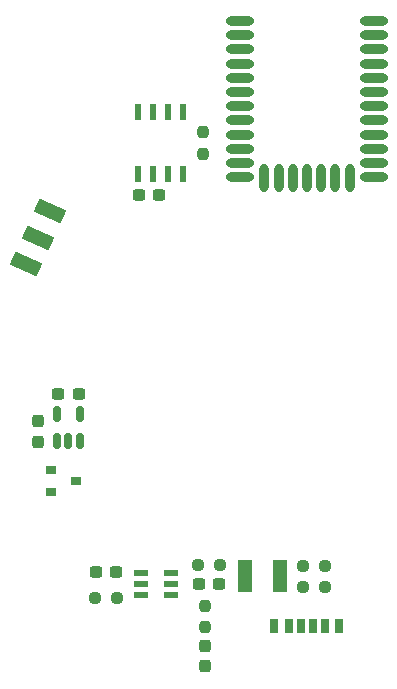
<source format=gbp>
%TF.GenerationSoftware,KiCad,Pcbnew,8.0.0*%
%TF.CreationDate,2024-03-28T16:54:28+01:00*%
%TF.ProjectId,BAT2024,42415432-3032-4342-9e6b-696361645f70,1.0*%
%TF.SameCoordinates,Original*%
%TF.FileFunction,Paste,Bot*%
%TF.FilePolarity,Positive*%
%FSLAX46Y46*%
G04 Gerber Fmt 4.6, Leading zero omitted, Abs format (unit mm)*
G04 Created by KiCad (PCBNEW 8.0.0) date 2024-03-28 16:54:28*
%MOMM*%
%LPD*%
G01*
G04 APERTURE LIST*
G04 Aperture macros list*
%AMRoundRect*
0 Rectangle with rounded corners*
0 $1 Rounding radius*
0 $2 $3 $4 $5 $6 $7 $8 $9 X,Y pos of 4 corners*
0 Add a 4 corners polygon primitive as box body*
4,1,4,$2,$3,$4,$5,$6,$7,$8,$9,$2,$3,0*
0 Add four circle primitives for the rounded corners*
1,1,$1+$1,$2,$3*
1,1,$1+$1,$4,$5*
1,1,$1+$1,$6,$7*
1,1,$1+$1,$8,$9*
0 Add four rect primitives between the rounded corners*
20,1,$1+$1,$2,$3,$4,$5,0*
20,1,$1+$1,$4,$5,$6,$7,0*
20,1,$1+$1,$6,$7,$8,$9,0*
20,1,$1+$1,$8,$9,$2,$3,0*%
%AMRotRect*
0 Rectangle, with rotation*
0 The origin of the aperture is its center*
0 $1 length*
0 $2 width*
0 $3 Rotation angle, in degrees counterclockwise*
0 Add horizontal line*
21,1,$1,$2,0,0,$3*%
G04 Aperture macros list end*
%ADD10R,0.900000X0.800000*%
%ADD11RoundRect,0.237500X0.250000X0.237500X-0.250000X0.237500X-0.250000X-0.237500X0.250000X-0.237500X0*%
%ADD12R,0.800000X1.200000*%
%ADD13R,0.760000X1.200000*%
%ADD14R,0.700000X1.200000*%
%ADD15RoundRect,0.150000X0.150000X-0.512500X0.150000X0.512500X-0.150000X0.512500X-0.150000X-0.512500X0*%
%ADD16RoundRect,0.237500X0.300000X0.237500X-0.300000X0.237500X-0.300000X-0.237500X0.300000X-0.237500X0*%
%ADD17RoundRect,0.237500X0.237500X-0.300000X0.237500X0.300000X-0.237500X0.300000X-0.237500X-0.300000X0*%
%ADD18RoundRect,0.237500X0.237500X-0.287500X0.237500X0.287500X-0.237500X0.287500X-0.237500X-0.287500X0*%
%ADD19RoundRect,0.237500X-0.250000X-0.237500X0.250000X-0.237500X0.250000X0.237500X-0.250000X0.237500X0*%
%ADD20O,2.400000X0.800000*%
%ADD21O,0.800000X2.400000*%
%ADD22RoundRect,0.237500X-0.300000X-0.237500X0.300000X-0.237500X0.300000X0.237500X-0.300000X0.237500X0*%
%ADD23RoundRect,0.237500X-0.237500X0.250000X-0.237500X-0.250000X0.237500X-0.250000X0.237500X0.250000X0*%
%ADD24RoundRect,0.040600X0.564400X0.249400X-0.564400X0.249400X-0.564400X-0.249400X0.564400X-0.249400X0*%
%ADD25RotRect,1.200000X2.500000X66.000000*%
%ADD26RoundRect,0.237500X0.237500X-0.250000X0.237500X0.250000X-0.237500X0.250000X-0.237500X-0.250000X0*%
%ADD27R,0.600000X1.325000*%
%ADD28R,1.180000X2.810000*%
G04 APERTURE END LIST*
D10*
%TO.C,Q1*%
X94628000Y-67878000D03*
X92528000Y-66928000D03*
X92528000Y-68828000D03*
%TD*%
D11*
%TO.C,R2*%
X115740500Y-75028000D03*
X113915500Y-75028000D03*
%TD*%
%TO.C,R1*%
X115728000Y-76828000D03*
X113903000Y-76828000D03*
%TD*%
D12*
%TO.C,J1*%
X116958000Y-80148000D03*
D13*
X115728000Y-80148000D03*
D14*
X113708000Y-80148000D03*
D12*
X111458000Y-80148000D03*
D13*
X112688000Y-80148000D03*
D14*
X114708000Y-80148000D03*
%TD*%
D15*
%TO.C,U1*%
X94978000Y-62190500D03*
X93078000Y-62190500D03*
X93078000Y-64465500D03*
X94028000Y-64465500D03*
X94978000Y-64465500D03*
%TD*%
D16*
%TO.C,C8*%
X93165500Y-60465500D03*
X94890500Y-60465500D03*
%TD*%
%TO.C,C10*%
X101690500Y-43628000D03*
X99965500Y-43628000D03*
%TD*%
D17*
%TO.C,C7*%
X91428000Y-62803000D03*
X91428000Y-64528000D03*
%TD*%
D18*
%TO.C,D1*%
X105628000Y-83558000D03*
X105628000Y-81808000D03*
%TD*%
D19*
%TO.C,R6*%
X105015500Y-74978000D03*
X106840500Y-74978000D03*
%TD*%
D20*
%TO.C,IC1*%
X119878000Y-28928000D03*
X119878000Y-30128000D03*
X119878000Y-31328000D03*
X119878000Y-32528000D03*
X119878000Y-33728000D03*
X119878000Y-34928000D03*
X119878000Y-36128000D03*
X119878000Y-37328000D03*
X119878000Y-38528000D03*
X119878000Y-39728000D03*
X119878000Y-40928000D03*
X119878000Y-42128000D03*
D21*
X117828000Y-42228000D03*
X116628000Y-42228000D03*
X115428000Y-42228000D03*
X114228000Y-42228000D03*
X113028000Y-42228000D03*
X111828000Y-42228000D03*
X110628000Y-42228000D03*
D20*
X108578000Y-42128000D03*
X108578000Y-40928000D03*
X108578000Y-39728000D03*
X108578000Y-38528000D03*
X108578000Y-37328000D03*
X108578000Y-36128000D03*
X108578000Y-34928000D03*
X108578000Y-33728000D03*
X108578000Y-32528000D03*
X108578000Y-31328000D03*
X108578000Y-30128000D03*
X108578000Y-28928000D03*
%TD*%
D11*
%TO.C,R7*%
X98133000Y-77740500D03*
X96308000Y-77740500D03*
%TD*%
D22*
%TO.C,C6*%
X105065500Y-76590500D03*
X106790500Y-76590500D03*
%TD*%
D23*
%TO.C,R9*%
X105428000Y-38315500D03*
X105428000Y-40140500D03*
%TD*%
D24*
%TO.C,U2*%
X102683000Y-75628000D03*
X102683000Y-76578000D03*
X102683000Y-77528000D03*
X100173000Y-77528000D03*
X100173000Y-76578000D03*
X100173000Y-75628000D03*
%TD*%
D25*
%TO.C,S1*%
X90423407Y-49530389D03*
X91440250Y-47246526D03*
X92457092Y-44962662D03*
%TD*%
D26*
%TO.C,R5*%
X105628000Y-80240500D03*
X105628000Y-78415500D03*
%TD*%
D27*
%TO.C,IC2*%
X103733000Y-41840000D03*
X102463000Y-41840000D03*
X101193000Y-41840000D03*
X99923000Y-41840000D03*
X99923000Y-36616000D03*
X101193000Y-36616000D03*
X102463000Y-36616000D03*
X103733000Y-36616000D03*
%TD*%
D28*
%TO.C,F1*%
X111913000Y-75928000D03*
X108943000Y-75928000D03*
%TD*%
D16*
%TO.C,C5*%
X98083000Y-75540500D03*
X96358000Y-75540500D03*
%TD*%
M02*

</source>
